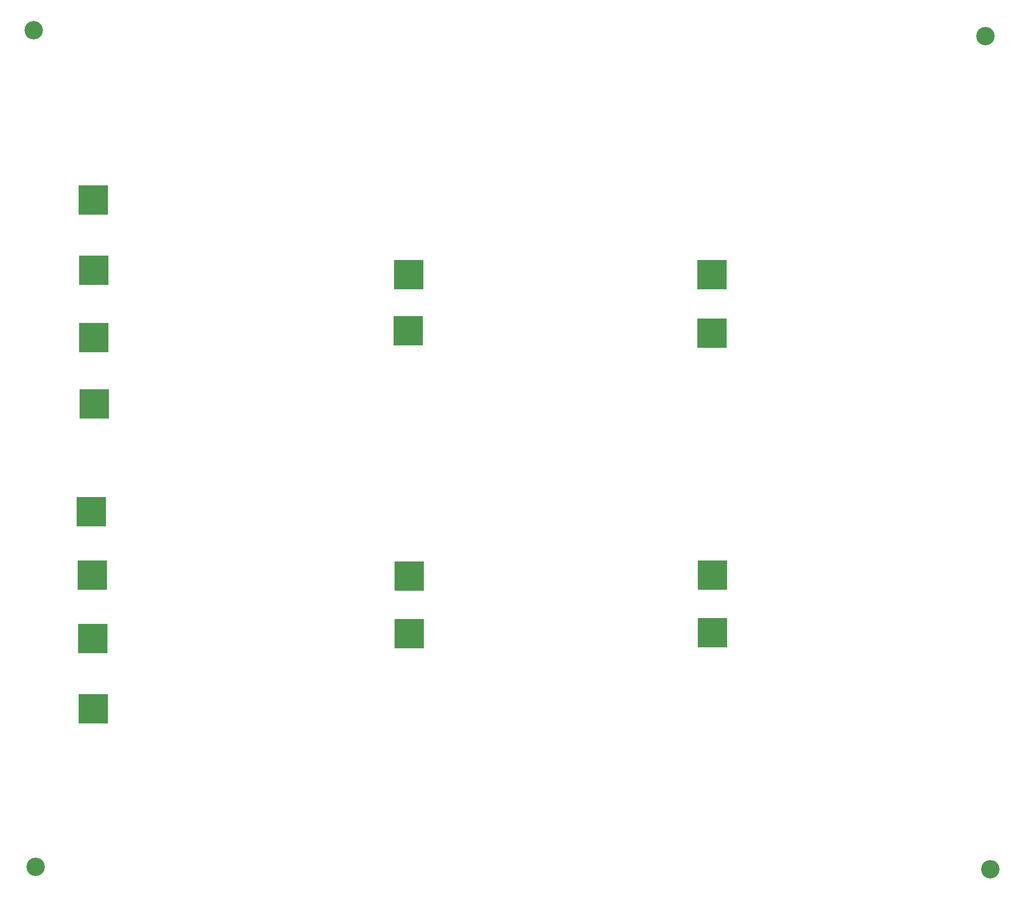
<source format=gts>
G04 EAGLE Gerber RS-274X export*
G75*
%MOMM*%
%FSLAX34Y34*%
%LPD*%
%INSoldermask Top*%
%IPPOS*%
%AMOC8*
5,1,8,0,0,1.08239X$1,22.5*%
G01*
%ADD10R,5.203200X5.203200*%
%ADD11C,3.203200*%


D10*
X780268Y570214D03*
X232850Y439932D03*
X231779Y562259D03*
X232923Y1200891D03*
X232348Y1323236D03*
X233336Y1084355D03*
X233831Y969259D03*
X230419Y672392D03*
X779911Y670447D03*
X1306263Y571907D03*
X1305777Y672054D03*
X778489Y1096242D03*
X779031Y1193813D03*
X1304864Y1091971D03*
X1305061Y1193930D03*
X229162Y782592D03*
D11*
X129059Y1617466D03*
X132836Y165705D03*
X1779565Y1607416D03*
X1787998Y161485D03*
M02*

</source>
